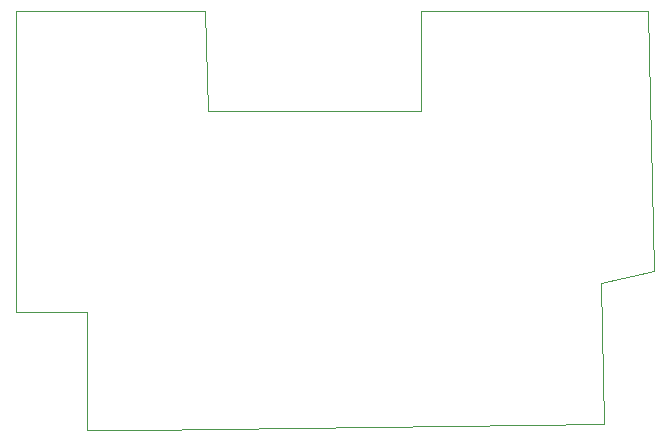
<source format=gbr>
%TF.GenerationSoftware,KiCad,Pcbnew,9.0.7*%
%TF.CreationDate,2026-02-17T01:21:17-06:00*%
%TF.ProjectId,Esp12-F,45737031-322d-4462-9e6b-696361645f70,rev?*%
%TF.SameCoordinates,Original*%
%TF.FileFunction,Profile,NP*%
%FSLAX46Y46*%
G04 Gerber Fmt 4.6, Leading zero omitted, Abs format (unit mm)*
G04 Created by KiCad (PCBNEW 9.0.7) date 2026-02-17 01:21:17*
%MOMM*%
%LPD*%
G01*
G04 APERTURE LIST*
%TA.AperFunction,Profile*%
%ADD10C,0.050000*%
%TD*%
G04 APERTURE END LIST*
D10*
X129500000Y-85500000D02*
X147500000Y-85500000D01*
X147500000Y-77000000D01*
X166774218Y-77000000D01*
X167274218Y-99000000D01*
X162774218Y-100000000D01*
X163000000Y-112000000D01*
X124042075Y-112500000D01*
X119274218Y-112500000D01*
X119274218Y-102500000D01*
X113274218Y-102500000D01*
X113274218Y-77000000D01*
X129274218Y-77000000D01*
X129500000Y-85500000D01*
M02*

</source>
